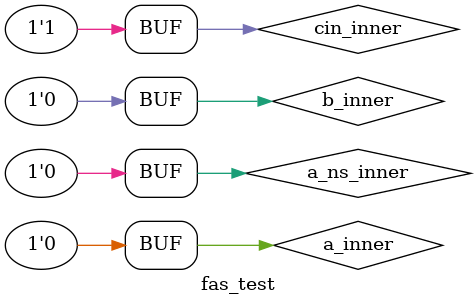
<source format=sv>
module fas_test;

// Put your code here

	logic a_inner;
	logic b_inner;
	logic cin_inner;
	logic a_ns_inner;
	logic s_inner;
	logic cout_inner;
	
	fas test (.a(a_inner), .b(b_inner), .cin(cin_inner), .a_ns(a_ns_inner), .s(s_inner), .cout(cout_inner));
	
	initial begin
	
		a_inner = 1'b0;
		b_inner = 1'b0;
		cin_inner = 1'b1;
		a_ns_inner = 1'b0;
		
		#60
		
		a_inner = 1'b1;
		
		#60
		
		a_inner = 1'b0;
		
		#60;
		
	end
// End of your code

endmodule

</source>
